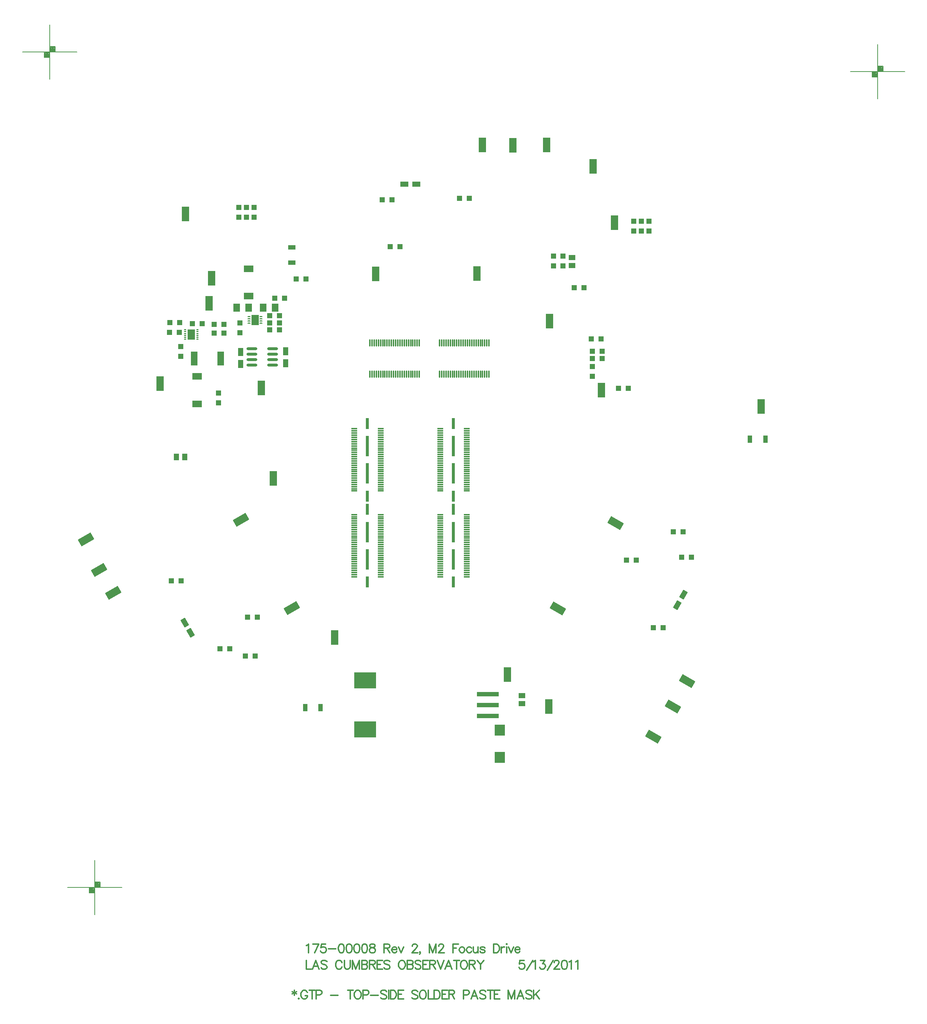
<source format=gtp>
%FSLAX23Y23*%
%MOIN*%
G70*
G01*
G75*
G04 Layer_Color=8421504*
%ADD10R,0.050X0.050*%
%ADD11R,0.070X0.135*%
%ADD12R,0.050X0.050*%
%ADD13R,0.063X0.075*%
%ADD14R,0.048X0.078*%
%ADD15R,0.087X0.059*%
%ADD16R,0.059X0.051*%
%ADD17R,0.078X0.048*%
G04:AMPARAMS|DCode=18|XSize=78mil|YSize=48mil|CornerRadius=0mil|HoleSize=0mil|Usage=FLASHONLY|Rotation=120.000|XOffset=0mil|YOffset=0mil|HoleType=Round|Shape=Rectangle|*
%AMROTATEDRECTD18*
4,1,4,0.040,-0.022,-0.001,-0.046,-0.040,0.022,0.001,0.046,0.040,-0.022,0.0*
%
%ADD18ROTATEDRECTD18*%

G04:AMPARAMS|DCode=19|XSize=78mil|YSize=48mil|CornerRadius=0mil|HoleSize=0mil|Usage=FLASHONLY|Rotation=240.000|XOffset=0mil|YOffset=0mil|HoleType=Round|Shape=Rectangle|*
%AMROTATEDRECTD19*
4,1,4,-0.001,0.046,0.040,0.022,0.001,-0.046,-0.040,-0.022,-0.001,0.046,0.0*
%
%ADD19ROTATEDRECTD19*%

%ADD20R,0.051X0.059*%
%ADD21R,0.040X0.067*%
%ADD22O,0.012X0.069*%
G04:AMPARAMS|DCode=23|XSize=135mil|YSize=70mil|CornerRadius=0mil|HoleSize=0mil|Usage=FLASHONLY|Rotation=30.000|XOffset=0mil|YOffset=0mil|HoleType=Round|Shape=Rectangle|*
%AMROTATEDRECTD23*
4,1,4,-0.041,-0.064,-0.076,-0.003,0.041,0.064,0.076,0.003,-0.041,-0.064,0.0*
%
%ADD23ROTATEDRECTD23*%

G04:AMPARAMS|DCode=24|XSize=135mil|YSize=70mil|CornerRadius=0mil|HoleSize=0mil|Usage=FLASHONLY|Rotation=150.000|XOffset=0mil|YOffset=0mil|HoleType=Round|Shape=Rectangle|*
%AMROTATEDRECTD24*
4,1,4,0.076,-0.003,0.041,-0.064,-0.076,0.003,-0.041,0.064,0.076,-0.003,0.0*
%
%ADD24ROTATEDRECTD24*%

%ADD25R,0.067X0.040*%
%ADD26R,0.065X0.094*%
%ADD27O,0.024X0.010*%
%ADD28O,0.027X0.010*%
%ADD29R,0.060X0.126*%
%ADD30R,0.200X0.040*%
%ADD31R,0.200X0.150*%
%ADD32O,0.098X0.028*%
%ADD33R,0.094X0.102*%
%ADD34R,0.057X0.012*%
%ADD35R,0.025X0.185*%
%ADD36R,0.025X0.100*%
%ADD37C,0.010*%
%ADD38C,0.005*%
%ADD39C,0.030*%
%ADD40C,0.050*%
%ADD41C,0.020*%
%ADD42C,0.012*%
%ADD43C,0.008*%
%ADD44C,0.012*%
%ADD45C,0.012*%
%ADD46C,0.335*%
%ADD47C,0.531*%
%ADD48C,0.413*%
%ADD49C,0.236*%
%ADD50C,0.059*%
%ADD51P,0.084X4X375.0*%
%ADD52P,0.084X4X255.0*%
%ADD53R,0.059X0.059*%
%ADD54P,0.084X4X105.0*%
%ADD55R,0.059X0.059*%
%ADD56P,0.084X4X345.0*%
%ADD57C,0.219*%
%ADD58C,0.070*%
%ADD59P,0.099X4X345.0*%
%ADD60P,0.099X4X105.0*%
%ADD61C,0.050*%
%ADD62C,0.059*%
%ADD63R,0.059X0.059*%
%ADD64P,0.084X4X255.0*%
%ADD65C,0.120*%
%ADD66R,0.098X0.098*%
%ADD67C,0.098*%
%ADD68R,0.070X0.070*%
%ADD69C,0.079*%
%ADD70P,0.084X4X375.0*%
%ADD71C,0.085*%
%ADD72C,0.055*%
%ADD73C,0.116*%
%ADD74P,0.078X4X165.0*%
%ADD75C,0.220*%
%ADD76C,0.039*%
%ADD77C,0.157*%
%ADD78R,0.079X0.039*%
%ADD79O,0.079X0.039*%
%ADD80C,0.024*%
%ADD81C,0.030*%
%ADD82C,0.020*%
%ADD83C,0.026*%
%ADD84C,0.040*%
%ADD85C,0.375*%
%ADD86C,0.571*%
%ADD87C,0.257*%
%ADD88C,0.158*%
%ADD89C,0.075*%
G04:AMPARAMS|DCode=90|XSize=95.433mil|YSize=95.433mil|CornerRadius=0mil|HoleSize=0mil|Usage=FLASHONLY|Rotation=0.000|XOffset=0mil|YOffset=0mil|HoleType=Round|Shape=Relief|Width=10mil|Gap=10mil|Entries=4|*
%AMTHD90*
7,0,0,0.095,0.075,0.010,45*
%
%ADD90THD90*%
%ADD91C,0.206*%
%ADD92C,0.080*%
G04:AMPARAMS|DCode=93|XSize=100mil|YSize=100mil|CornerRadius=0mil|HoleSize=0mil|Usage=FLASHONLY|Rotation=0.000|XOffset=0mil|YOffset=0mil|HoleType=Round|Shape=Relief|Width=10mil|Gap=10mil|Entries=4|*
%AMTHD93*
7,0,0,0.100,0.080,0.010,45*
%
%ADD93THD93*%
%ADD94C,0.075*%
%ADD95C,0.110*%
%ADD96C,0.099*%
%ADD97C,0.102*%
%ADD98C,0.075*%
%ADD99C,0.168*%
%ADD100C,0.080*%
%ADD101C,0.076*%
%ADD102C,0.131*%
%ADD103C,0.070*%
%ADD104C,0.052*%
G04:AMPARAMS|DCode=105|XSize=85mil|YSize=85mil|CornerRadius=0mil|HoleSize=0mil|Usage=FLASHONLY|Rotation=0.000|XOffset=0mil|YOffset=0mil|HoleType=Round|Shape=Relief|Width=10mil|Gap=10mil|Entries=4|*
%AMTHD105*
7,0,0,0.085,0.065,0.010,45*
%
%ADD105THD105*%
%ADD106C,0.065*%
G04:AMPARAMS|DCode=107|XSize=72mil|YSize=72mil|CornerRadius=0mil|HoleSize=0mil|Usage=FLASHONLY|Rotation=0.000|XOffset=0mil|YOffset=0mil|HoleType=Round|Shape=Relief|Width=10mil|Gap=10mil|Entries=4|*
%AMTHD107*
7,0,0,0.072,0.052,0.010,45*
%
%ADD107THD107*%
%ADD108C,0.053*%
G04:AMPARAMS|DCode=109|XSize=90mil|YSize=90mil|CornerRadius=0mil|HoleSize=0mil|Usage=FLASHONLY|Rotation=0.000|XOffset=0mil|YOffset=0mil|HoleType=Round|Shape=Relief|Width=10mil|Gap=10mil|Entries=4|*
%AMTHD109*
7,0,0,0.090,0.070,0.010,45*
%
%ADD109THD109*%
G04:AMPARAMS|DCode=110|XSize=95.433mil|YSize=95.433mil|CornerRadius=0mil|HoleSize=0mil|Usage=FLASHONLY|Rotation=0.000|XOffset=0mil|YOffset=0mil|HoleType=Round|Shape=Relief|Width=10mil|Gap=10mil|Entries=4|*
%AMTHD110*
7,0,0,0.095,0.075,0.010,45*
%
%ADD110THD110*%
G04:AMPARAMS|DCode=111|XSize=130mil|YSize=130mil|CornerRadius=0mil|HoleSize=0mil|Usage=FLASHONLY|Rotation=0.000|XOffset=0mil|YOffset=0mil|HoleType=Round|Shape=Relief|Width=10mil|Gap=10mil|Entries=4|*
%AMTHD111*
7,0,0,0.130,0.110,0.010,45*
%
%ADD111THD111*%
%ADD112C,0.087*%
G04:AMPARAMS|DCode=113|XSize=122mil|YSize=122mil|CornerRadius=0mil|HoleSize=0mil|Usage=FLASHONLY|Rotation=0.000|XOffset=0mil|YOffset=0mil|HoleType=Round|Shape=Relief|Width=10mil|Gap=10mil|Entries=4|*
%AMTHD113*
7,0,0,0.122,0.102,0.010,45*
%
%ADD113THD113*%
G04:AMPARAMS|DCode=114|XSize=95mil|YSize=95mil|CornerRadius=0mil|HoleSize=0mil|Usage=FLASHONLY|Rotation=0.000|XOffset=0mil|YOffset=0mil|HoleType=Round|Shape=Relief|Width=10mil|Gap=10mil|Entries=4|*
%AMTHD114*
7,0,0,0.095,0.075,0.010,45*
%
%ADD114THD114*%
G04:AMPARAMS|DCode=115|XSize=96.221mil|YSize=96.221mil|CornerRadius=0mil|HoleSize=0mil|Usage=FLASHONLY|Rotation=0.000|XOffset=0mil|YOffset=0mil|HoleType=Round|Shape=Relief|Width=10mil|Gap=10mil|Entries=4|*
%AMTHD115*
7,0,0,0.096,0.076,0.010,45*
%
%ADD115THD115*%
G04:AMPARAMS|DCode=116|XSize=150.551mil|YSize=150.551mil|CornerRadius=0mil|HoleSize=0mil|Usage=FLASHONLY|Rotation=0.000|XOffset=0mil|YOffset=0mil|HoleType=Round|Shape=Relief|Width=10mil|Gap=10mil|Entries=4|*
%AMTHD116*
7,0,0,0.151,0.131,0.010,45*
%
%ADD116THD116*%
G04:AMPARAMS|DCode=117|XSize=89.528mil|YSize=89.528mil|CornerRadius=0mil|HoleSize=0mil|Usage=FLASHONLY|Rotation=0.000|XOffset=0mil|YOffset=0mil|HoleType=Round|Shape=Relief|Width=10mil|Gap=10mil|Entries=4|*
%AMTHD117*
7,0,0,0.090,0.070,0.010,45*
%
%ADD117THD117*%
G04:AMPARAMS|DCode=118|XSize=72.992mil|YSize=72.992mil|CornerRadius=0mil|HoleSize=0mil|Usage=FLASHONLY|Rotation=0.000|XOffset=0mil|YOffset=0mil|HoleType=Round|Shape=Relief|Width=10mil|Gap=10mil|Entries=4|*
%AMTHD118*
7,0,0,0.073,0.053,0.010,45*
%
%ADD118THD118*%
G04:AMPARAMS|DCode=119|XSize=79mil|YSize=236mil|CornerRadius=0mil|HoleSize=0mil|Usage=FLASHONLY|Rotation=120.000|XOffset=0mil|YOffset=0mil|HoleType=Round|Shape=Rectangle|*
%AMROTATEDRECTD119*
4,1,4,0.122,0.025,-0.083,-0.093,-0.122,-0.025,0.083,0.093,0.122,0.025,0.0*
%
%ADD119ROTATEDRECTD119*%

G04:AMPARAMS|DCode=120|XSize=79mil|YSize=236mil|CornerRadius=0mil|HoleSize=0mil|Usage=FLASHONLY|Rotation=240.000|XOffset=0mil|YOffset=0mil|HoleType=Round|Shape=Rectangle|*
%AMROTATEDRECTD120*
4,1,4,-0.083,0.093,0.122,-0.025,0.083,-0.093,-0.122,0.025,-0.083,0.093,0.0*
%
%ADD120ROTATEDRECTD120*%

%ADD121P,0.071X4X285.0*%
%ADD122P,0.071X4X165.0*%
G04:AMPARAMS|DCode=123|XSize=28mil|YSize=98mil|CornerRadius=0mil|HoleSize=0mil|Usage=FLASHONLY|Rotation=330.000|XOffset=0mil|YOffset=0mil|HoleType=Round|Shape=Round|*
%AMOVALD123*
21,1,0.071,0.028,0.000,0.000,60.0*
1,1,0.028,-0.018,-0.031*
1,1,0.028,0.018,0.031*
%
%ADD123OVALD123*%

G04:AMPARAMS|DCode=124|XSize=28mil|YSize=98mil|CornerRadius=0mil|HoleSize=0mil|Usage=FLASHONLY|Rotation=210.000|XOffset=0mil|YOffset=0mil|HoleType=Round|Shape=Round|*
%AMOVALD124*
21,1,0.071,0.028,0.000,0.000,300.0*
1,1,0.028,-0.018,0.031*
1,1,0.028,0.018,-0.031*
%
%ADD124OVALD124*%

%ADD125R,0.025X0.070*%
%ADD126R,0.236X0.079*%
%ADD127C,0.075*%
%ADD128C,0.010*%
%ADD129C,0.007*%
%ADD130C,0.024*%
%ADD131C,0.010*%
%ADD132C,0.008*%
%ADD133C,0.020*%
%ADD134C,0.006*%
%ADD135R,0.195X0.150*%
%ADD136R,0.020X0.082*%
D10*
X32664Y33371D02*
D03*
Y33281D02*
D03*
X29784Y32756D02*
D03*
Y32666D02*
D03*
X29586Y32025D02*
D03*
Y32115D02*
D03*
X29241Y32540D02*
D03*
Y32450D02*
D03*
X29914Y33816D02*
D03*
Y33726D02*
D03*
X33399Y33691D02*
D03*
Y33601D02*
D03*
X33019Y32266D02*
D03*
Y32356D02*
D03*
X33539Y33601D02*
D03*
Y33691D02*
D03*
X29774Y33726D02*
D03*
Y33816D02*
D03*
X29844Y33726D02*
D03*
Y33816D02*
D03*
X33469Y33601D02*
D03*
Y33691D02*
D03*
X32749Y33371D02*
D03*
Y33281D02*
D03*
D11*
X29979Y32161D02*
D03*
X29049Y32201D02*
D03*
X29524Y33166D02*
D03*
X32628Y32774D02*
D03*
X34569Y31991D02*
D03*
X32619Y29236D02*
D03*
X30654Y29871D02*
D03*
X30089Y31331D02*
D03*
X32599Y34391D02*
D03*
X32289Y34386D02*
D03*
X32009Y34391D02*
D03*
X31029Y33206D02*
D03*
X31959Y33211D02*
D03*
X33028Y34195D02*
D03*
X32239Y29531D02*
D03*
X33104Y32141D02*
D03*
X29284Y33756D02*
D03*
X33224Y33676D02*
D03*
X29499Y32936D02*
D03*
D12*
X30058Y32759D02*
D03*
X30148D02*
D03*
X30103Y32984D02*
D03*
X30193D02*
D03*
X30148Y32824D02*
D03*
X30058D02*
D03*
X30148Y32694D02*
D03*
X30058D02*
D03*
X29436Y32750D02*
D03*
X29346D02*
D03*
X29231Y32760D02*
D03*
X29141D02*
D03*
X29136Y32670D02*
D03*
X29226D02*
D03*
X29546Y32745D02*
D03*
X29636D02*
D03*
X29546Y32665D02*
D03*
X29636D02*
D03*
X30299Y33161D02*
D03*
X30389D02*
D03*
X29834Y29701D02*
D03*
X29924D02*
D03*
X33854Y30841D02*
D03*
X33764D02*
D03*
X33019Y32496D02*
D03*
X33109D02*
D03*
X31089Y33886D02*
D03*
X31179D02*
D03*
X29599Y29766D02*
D03*
X29689D02*
D03*
X33839Y30606D02*
D03*
X33929D02*
D03*
X31164Y33456D02*
D03*
X31254D02*
D03*
X29854Y30056D02*
D03*
X29944D02*
D03*
X33424Y30581D02*
D03*
X33334D02*
D03*
X33009Y32611D02*
D03*
X33099D02*
D03*
X33259Y32156D02*
D03*
X33349D02*
D03*
X32854Y33081D02*
D03*
X32944D02*
D03*
X33109Y32431D02*
D03*
X33019D02*
D03*
X31799Y33901D02*
D03*
X31889D02*
D03*
X29244Y30391D02*
D03*
X29154D02*
D03*
X33579Y29961D02*
D03*
X33669D02*
D03*
D13*
X29863Y32899D02*
D03*
X29753D02*
D03*
X29998D02*
D03*
X30108D02*
D03*
D14*
X30204Y32496D02*
D03*
Y32386D02*
D03*
X29789Y32491D02*
D03*
Y32381D02*
D03*
D15*
X29391Y32014D02*
D03*
Y32266D02*
D03*
X29863Y33255D02*
D03*
Y33003D02*
D03*
D16*
X32374Y29338D02*
D03*
Y29263D02*
D03*
X32834Y33283D02*
D03*
Y33358D02*
D03*
D17*
X31404Y34031D02*
D03*
X31294D02*
D03*
D18*
X29276Y30008D02*
D03*
X29331Y29913D02*
D03*
D19*
X33801Y30168D02*
D03*
X33856Y30263D02*
D03*
D20*
X29201Y31526D02*
D03*
X29276D02*
D03*
D21*
X30383Y29226D02*
D03*
X30525D02*
D03*
X34468Y31691D02*
D03*
X34610D02*
D03*
D22*
X31430Y32574D02*
D03*
X31411D02*
D03*
X31391D02*
D03*
X31371D02*
D03*
X31352D02*
D03*
X31332D02*
D03*
X31312D02*
D03*
X31292D02*
D03*
X31273D02*
D03*
X31253D02*
D03*
X31233D02*
D03*
X31214D02*
D03*
X31194D02*
D03*
X31174D02*
D03*
X31155D02*
D03*
X31135D02*
D03*
X31115D02*
D03*
X31096D02*
D03*
X31076D02*
D03*
X31056D02*
D03*
X31037D02*
D03*
X31017D02*
D03*
X30997D02*
D03*
X30978D02*
D03*
X31430Y32288D02*
D03*
X31411D02*
D03*
X31391D02*
D03*
X31371D02*
D03*
X31352D02*
D03*
X31332D02*
D03*
X31312D02*
D03*
X31292D02*
D03*
X31273D02*
D03*
X31253D02*
D03*
X31233D02*
D03*
X31214D02*
D03*
X31194D02*
D03*
X31174D02*
D03*
X31155D02*
D03*
X31135D02*
D03*
X31115D02*
D03*
X31096D02*
D03*
X31076D02*
D03*
X31056D02*
D03*
X31037D02*
D03*
X31017D02*
D03*
X30997D02*
D03*
X30978D02*
D03*
X32070Y32574D02*
D03*
X32051D02*
D03*
X32031D02*
D03*
X32011D02*
D03*
X31992D02*
D03*
X31972D02*
D03*
X31952D02*
D03*
X31932D02*
D03*
X31913D02*
D03*
X31893D02*
D03*
X31873D02*
D03*
X31854D02*
D03*
X31834D02*
D03*
X31814D02*
D03*
X31795D02*
D03*
X31775D02*
D03*
X31755D02*
D03*
X31736D02*
D03*
X31716D02*
D03*
X31696D02*
D03*
X31677D02*
D03*
X31657D02*
D03*
X31637D02*
D03*
X31618D02*
D03*
X32070Y32288D02*
D03*
X32051D02*
D03*
X32031D02*
D03*
X32011D02*
D03*
X31992D02*
D03*
X31972D02*
D03*
X31952D02*
D03*
X31932D02*
D03*
X31913D02*
D03*
X31893D02*
D03*
X31873D02*
D03*
X31854D02*
D03*
X31834D02*
D03*
X31814D02*
D03*
X31795D02*
D03*
X31775D02*
D03*
X31755D02*
D03*
X31736D02*
D03*
X31716D02*
D03*
X31696D02*
D03*
X31677D02*
D03*
X31657D02*
D03*
X31637D02*
D03*
X31618D02*
D03*
D23*
X28369Y30771D02*
D03*
X28489Y30491D02*
D03*
X28619Y30281D02*
D03*
X30259Y30141D02*
D03*
X29794Y30951D02*
D03*
D24*
X33579Y28961D02*
D03*
X33759Y29236D02*
D03*
X33889Y29471D02*
D03*
X33234Y30921D02*
D03*
X32704Y30136D02*
D03*
D25*
X30259Y33310D02*
D03*
Y33452D02*
D03*
D26*
X29338Y32651D02*
D03*
X29923Y32784D02*
D03*
D27*
X29395Y32659D02*
D03*
Y32642D02*
D03*
Y32624D02*
D03*
Y32606D02*
D03*
X29281D02*
D03*
Y32624D02*
D03*
Y32642D02*
D03*
Y32659D02*
D03*
Y32677D02*
D03*
Y32695D02*
D03*
X29395Y32677D02*
D03*
Y32695D02*
D03*
D28*
X29978Y32813D02*
D03*
X29978Y32794D02*
D03*
X29978Y32774D02*
D03*
Y32754D02*
D03*
X29867D02*
D03*
Y32774D02*
D03*
Y32794D02*
D03*
Y32813D02*
D03*
D29*
X29362Y32431D02*
D03*
X29606D02*
D03*
D30*
X32059Y29351D02*
D03*
Y29251D02*
D03*
Y29151D02*
D03*
D31*
X30934Y29026D02*
D03*
Y29476D02*
D03*
D32*
X29892Y32521D02*
D03*
Y32471D02*
D03*
Y32421D02*
D03*
Y32371D02*
D03*
X30085Y32521D02*
D03*
Y32471D02*
D03*
Y32421D02*
D03*
Y32371D02*
D03*
D33*
X32169Y28770D02*
D03*
Y29022D02*
D03*
D34*
X30833Y30428D02*
D03*
Y30448D02*
D03*
Y30468D02*
D03*
Y30487D02*
D03*
Y30507D02*
D03*
Y30527D02*
D03*
Y30546D02*
D03*
Y30566D02*
D03*
Y30586D02*
D03*
Y30605D02*
D03*
Y30625D02*
D03*
Y30645D02*
D03*
Y30664D02*
D03*
Y30684D02*
D03*
Y30704D02*
D03*
Y30723D02*
D03*
Y30743D02*
D03*
Y30763D02*
D03*
Y30783D02*
D03*
Y30802D02*
D03*
Y30822D02*
D03*
Y30842D02*
D03*
Y30861D02*
D03*
Y30881D02*
D03*
Y30901D02*
D03*
Y30920D02*
D03*
Y30940D02*
D03*
Y30960D02*
D03*
Y30979D02*
D03*
Y30999D02*
D03*
Y31216D02*
D03*
Y31235D02*
D03*
Y31255D02*
D03*
Y31275D02*
D03*
Y31294D02*
D03*
Y31314D02*
D03*
Y31334D02*
D03*
Y31353D02*
D03*
Y31373D02*
D03*
Y31393D02*
D03*
Y31412D02*
D03*
Y31432D02*
D03*
Y31452D02*
D03*
Y31472D02*
D03*
Y31491D02*
D03*
Y31511D02*
D03*
Y31531D02*
D03*
Y31550D02*
D03*
Y31570D02*
D03*
Y31590D02*
D03*
Y31609D02*
D03*
Y31629D02*
D03*
Y31649D02*
D03*
Y31668D02*
D03*
Y31688D02*
D03*
Y31708D02*
D03*
Y31727D02*
D03*
Y31747D02*
D03*
Y31767D02*
D03*
Y31786D02*
D03*
D03*
X31077Y30428D02*
D03*
Y30448D02*
D03*
Y30468D02*
D03*
Y30487D02*
D03*
Y30507D02*
D03*
Y30527D02*
D03*
Y30546D02*
D03*
Y30566D02*
D03*
Y30586D02*
D03*
Y30605D02*
D03*
Y30625D02*
D03*
Y30645D02*
D03*
Y30664D02*
D03*
Y30684D02*
D03*
Y30704D02*
D03*
Y30723D02*
D03*
Y30743D02*
D03*
Y30763D02*
D03*
Y30783D02*
D03*
Y30802D02*
D03*
Y30822D02*
D03*
Y30842D02*
D03*
Y30861D02*
D03*
Y30881D02*
D03*
Y30901D02*
D03*
Y30920D02*
D03*
Y30940D02*
D03*
Y30960D02*
D03*
Y30979D02*
D03*
Y30999D02*
D03*
Y31216D02*
D03*
Y31235D02*
D03*
Y31255D02*
D03*
Y31275D02*
D03*
Y31294D02*
D03*
Y31314D02*
D03*
Y31334D02*
D03*
Y31353D02*
D03*
Y31373D02*
D03*
Y31393D02*
D03*
Y31412D02*
D03*
Y31432D02*
D03*
Y31452D02*
D03*
Y31472D02*
D03*
Y31491D02*
D03*
Y31511D02*
D03*
Y31531D02*
D03*
Y31550D02*
D03*
Y31570D02*
D03*
Y31590D02*
D03*
Y31609D02*
D03*
Y31629D02*
D03*
Y31649D02*
D03*
Y31668D02*
D03*
Y31688D02*
D03*
Y31708D02*
D03*
Y31727D02*
D03*
Y31747D02*
D03*
Y31767D02*
D03*
Y31786D02*
D03*
X31623Y30428D02*
D03*
Y30448D02*
D03*
Y30468D02*
D03*
Y30487D02*
D03*
Y30507D02*
D03*
Y30527D02*
D03*
Y30546D02*
D03*
Y30566D02*
D03*
Y30586D02*
D03*
Y30605D02*
D03*
Y30625D02*
D03*
Y30645D02*
D03*
Y30664D02*
D03*
Y30684D02*
D03*
Y30704D02*
D03*
Y30723D02*
D03*
Y30743D02*
D03*
Y30763D02*
D03*
Y30783D02*
D03*
Y30802D02*
D03*
Y30822D02*
D03*
Y30842D02*
D03*
Y30861D02*
D03*
Y30881D02*
D03*
Y30901D02*
D03*
Y30920D02*
D03*
Y30940D02*
D03*
Y30960D02*
D03*
Y30979D02*
D03*
Y30999D02*
D03*
Y31216D02*
D03*
Y31235D02*
D03*
Y31255D02*
D03*
Y31275D02*
D03*
Y31294D02*
D03*
Y31314D02*
D03*
Y31334D02*
D03*
Y31353D02*
D03*
Y31373D02*
D03*
Y31393D02*
D03*
Y31412D02*
D03*
Y31432D02*
D03*
Y31452D02*
D03*
Y31472D02*
D03*
Y31491D02*
D03*
Y31511D02*
D03*
Y31531D02*
D03*
Y31550D02*
D03*
Y31570D02*
D03*
Y31590D02*
D03*
Y31609D02*
D03*
Y31629D02*
D03*
Y31649D02*
D03*
Y31668D02*
D03*
Y31688D02*
D03*
Y31708D02*
D03*
Y31727D02*
D03*
Y31747D02*
D03*
Y31767D02*
D03*
Y31786D02*
D03*
D03*
X31867Y30428D02*
D03*
Y30448D02*
D03*
Y30468D02*
D03*
Y30487D02*
D03*
Y30507D02*
D03*
Y30527D02*
D03*
Y30546D02*
D03*
Y30566D02*
D03*
Y30586D02*
D03*
Y30605D02*
D03*
Y30625D02*
D03*
Y30645D02*
D03*
Y30664D02*
D03*
Y30684D02*
D03*
Y30704D02*
D03*
Y30723D02*
D03*
Y30743D02*
D03*
Y30763D02*
D03*
Y30783D02*
D03*
Y30802D02*
D03*
Y30822D02*
D03*
Y30842D02*
D03*
Y30861D02*
D03*
Y30881D02*
D03*
Y30901D02*
D03*
Y30920D02*
D03*
Y30940D02*
D03*
Y30960D02*
D03*
Y30979D02*
D03*
Y30999D02*
D03*
Y31216D02*
D03*
Y31235D02*
D03*
Y31255D02*
D03*
Y31275D02*
D03*
Y31294D02*
D03*
Y31314D02*
D03*
Y31334D02*
D03*
Y31353D02*
D03*
Y31373D02*
D03*
Y31393D02*
D03*
Y31412D02*
D03*
Y31432D02*
D03*
Y31452D02*
D03*
Y31472D02*
D03*
Y31491D02*
D03*
Y31511D02*
D03*
Y31531D02*
D03*
Y31550D02*
D03*
Y31570D02*
D03*
Y31590D02*
D03*
Y31609D02*
D03*
Y31629D02*
D03*
Y31649D02*
D03*
Y31668D02*
D03*
Y31688D02*
D03*
Y31708D02*
D03*
Y31727D02*
D03*
Y31747D02*
D03*
Y31767D02*
D03*
Y31786D02*
D03*
D35*
X30955Y30839D02*
D03*
Y30589D02*
D03*
Y31376D02*
D03*
Y31626D02*
D03*
X31745Y30839D02*
D03*
Y30589D02*
D03*
Y31376D02*
D03*
Y31626D02*
D03*
D36*
X30955Y30381D02*
D03*
Y31834D02*
D03*
Y31169D02*
D03*
Y31046D02*
D03*
X31745Y30381D02*
D03*
Y31834D02*
D03*
Y31169D02*
D03*
Y31046D02*
D03*
D43*
X35389Y35063D02*
X35889D01*
X35639Y34813D02*
Y35313D01*
X35689Y35063D02*
Y35113D01*
X35639D02*
X35689D01*
X35589Y35013D02*
Y35063D01*
Y35013D02*
X35639D01*
X35594Y35058D02*
X35634D01*
X35594Y35018D02*
Y35058D01*
Y35018D02*
X35634D01*
Y35058D01*
X35599Y35053D02*
X35629D01*
X35599Y35023D02*
Y35053D01*
Y35023D02*
X35629D01*
Y35048D01*
X35604D02*
X35624D01*
X35604Y35028D02*
Y35048D01*
Y35028D02*
X35624D01*
Y35043D01*
X35609D02*
X35619D01*
X35609Y35033D02*
Y35043D01*
Y35033D02*
X35619D01*
Y35043D01*
X35609Y35038D02*
X35619D01*
X35644Y35108D02*
X35684D01*
X35644Y35068D02*
Y35108D01*
Y35068D02*
X35684D01*
Y35108D01*
X35649Y35103D02*
X35679D01*
X35649Y35073D02*
Y35103D01*
Y35073D02*
X35679D01*
Y35098D01*
X35654D02*
X35674D01*
X35654Y35078D02*
Y35098D01*
Y35078D02*
X35674D01*
Y35093D01*
X35659D02*
X35669D01*
X35659Y35083D02*
Y35093D01*
Y35083D02*
X35669D01*
Y35093D01*
X35659Y35088D02*
X35669D01*
X27787Y35244D02*
X28287D01*
X28037Y34994D02*
Y35494D01*
X28087Y35244D02*
Y35294D01*
X28037D02*
X28087D01*
X27987Y35194D02*
Y35244D01*
Y35194D02*
X28037D01*
X27992Y35239D02*
X28032D01*
X27992Y35199D02*
Y35239D01*
Y35199D02*
X28032D01*
Y35239D01*
X27997Y35234D02*
X28027D01*
X27997Y35204D02*
Y35234D01*
Y35204D02*
X28027D01*
Y35229D01*
X28002D02*
X28022D01*
X28002Y35209D02*
Y35229D01*
Y35209D02*
X28022D01*
Y35224D01*
X28007D02*
X28017D01*
X28007Y35214D02*
Y35224D01*
Y35214D02*
X28017D01*
Y35224D01*
X28007Y35219D02*
X28017D01*
X28042Y35289D02*
X28082D01*
X28042Y35249D02*
Y35289D01*
Y35249D02*
X28082D01*
Y35289D01*
X28047Y35284D02*
X28077D01*
X28047Y35254D02*
Y35284D01*
Y35254D02*
X28077D01*
Y35279D01*
X28052D02*
X28072D01*
X28052Y35259D02*
Y35279D01*
Y35259D02*
X28072D01*
Y35274D01*
X28057D02*
X28067D01*
X28057Y35264D02*
Y35274D01*
Y35264D02*
X28067D01*
Y35274D01*
X28057Y35269D02*
X28067D01*
X28199Y27577D02*
X28699D01*
X28449Y27327D02*
Y27827D01*
X28499Y27577D02*
Y27627D01*
X28449D02*
X28499D01*
X28399Y27527D02*
Y27577D01*
Y27527D02*
X28449D01*
X28404Y27572D02*
X28444D01*
X28404Y27532D02*
Y27572D01*
Y27532D02*
X28444D01*
Y27572D01*
X28409Y27567D02*
X28439D01*
X28409Y27537D02*
Y27567D01*
Y27537D02*
X28439D01*
Y27562D01*
X28414D02*
X28434D01*
X28414Y27542D02*
Y27562D01*
Y27542D02*
X28434D01*
Y27557D01*
X28419D02*
X28429D01*
X28419Y27547D02*
Y27557D01*
Y27547D02*
X28429D01*
Y27557D01*
X28419Y27552D02*
X28429D01*
X28454Y27622D02*
X28494D01*
X28454Y27582D02*
Y27622D01*
Y27582D02*
X28494D01*
Y27622D01*
X28459Y27617D02*
X28489D01*
X28459Y27587D02*
Y27617D01*
Y27587D02*
X28489D01*
Y27612D01*
X28464D02*
X28484D01*
X28464Y27592D02*
Y27612D01*
Y27592D02*
X28484D01*
Y27607D01*
X28469D02*
X28479D01*
X28469Y27597D02*
Y27607D01*
Y27597D02*
X28479D01*
Y27607D01*
X28469Y27602D02*
X28479D01*
D44*
X30395Y26909D02*
Y26829D01*
X30440D01*
X30510D02*
X30480Y26909D01*
X30449Y26829D01*
X30461Y26855D02*
X30499D01*
X30582Y26897D02*
X30575Y26905D01*
X30563Y26909D01*
X30548D01*
X30536Y26905D01*
X30529Y26897D01*
Y26889D01*
X30533Y26882D01*
X30536Y26878D01*
X30544Y26874D01*
X30567Y26867D01*
X30575Y26863D01*
X30578Y26859D01*
X30582Y26851D01*
Y26840D01*
X30575Y26832D01*
X30563Y26829D01*
X30548D01*
X30536Y26832D01*
X30529Y26840D01*
X30720Y26889D02*
X30716Y26897D01*
X30709Y26905D01*
X30701Y26909D01*
X30686D01*
X30678Y26905D01*
X30671Y26897D01*
X30667Y26889D01*
X30663Y26878D01*
Y26859D01*
X30667Y26848D01*
X30671Y26840D01*
X30678Y26832D01*
X30686Y26829D01*
X30701D01*
X30709Y26832D01*
X30716Y26840D01*
X30720Y26848D01*
X30742Y26909D02*
Y26851D01*
X30746Y26840D01*
X30754Y26832D01*
X30765Y26829D01*
X30773D01*
X30784Y26832D01*
X30792Y26840D01*
X30796Y26851D01*
Y26909D01*
X30818D02*
Y26829D01*
Y26909D02*
X30848Y26829D01*
X30879Y26909D02*
X30848Y26829D01*
X30879Y26909D02*
Y26829D01*
X30902Y26909D02*
Y26829D01*
Y26909D02*
X30936D01*
X30947Y26905D01*
X30951Y26901D01*
X30955Y26893D01*
Y26886D01*
X30951Y26878D01*
X30947Y26874D01*
X30936Y26870D01*
X30902D02*
X30936D01*
X30947Y26867D01*
X30951Y26863D01*
X30955Y26855D01*
Y26844D01*
X30951Y26836D01*
X30947Y26832D01*
X30936Y26829D01*
X30902D01*
X30973Y26909D02*
Y26829D01*
Y26909D02*
X31007D01*
X31019Y26905D01*
X31022Y26901D01*
X31026Y26893D01*
Y26886D01*
X31022Y26878D01*
X31019Y26874D01*
X31007Y26870D01*
X30973D01*
X31000D02*
X31026Y26829D01*
X31094Y26909D02*
X31044D01*
Y26829D01*
X31094D01*
X31044Y26870D02*
X31075D01*
X31160Y26897D02*
X31153Y26905D01*
X31141Y26909D01*
X31126D01*
X31115Y26905D01*
X31107Y26897D01*
Y26889D01*
X31111Y26882D01*
X31115Y26878D01*
X31122Y26874D01*
X31145Y26867D01*
X31153Y26863D01*
X31157Y26859D01*
X31160Y26851D01*
Y26840D01*
X31153Y26832D01*
X31141Y26829D01*
X31126D01*
X31115Y26832D01*
X31107Y26840D01*
X31264Y26909D02*
X31256Y26905D01*
X31249Y26897D01*
X31245Y26889D01*
X31241Y26878D01*
Y26859D01*
X31245Y26848D01*
X31249Y26840D01*
X31256Y26832D01*
X31264Y26829D01*
X31279D01*
X31287Y26832D01*
X31294Y26840D01*
X31298Y26848D01*
X31302Y26859D01*
Y26878D01*
X31298Y26889D01*
X31294Y26897D01*
X31287Y26905D01*
X31279Y26909D01*
X31264D01*
X31321D02*
Y26829D01*
Y26909D02*
X31355D01*
X31366Y26905D01*
X31370Y26901D01*
X31374Y26893D01*
Y26886D01*
X31370Y26878D01*
X31366Y26874D01*
X31355Y26870D01*
X31321D02*
X31355D01*
X31366Y26867D01*
X31370Y26863D01*
X31374Y26855D01*
Y26844D01*
X31370Y26836D01*
X31366Y26832D01*
X31355Y26829D01*
X31321D01*
X31445Y26897D02*
X31438Y26905D01*
X31426Y26909D01*
X31411D01*
X31399Y26905D01*
X31392Y26897D01*
Y26889D01*
X31396Y26882D01*
X31399Y26878D01*
X31407Y26874D01*
X31430Y26867D01*
X31438Y26863D01*
X31441Y26859D01*
X31445Y26851D01*
Y26840D01*
X31438Y26832D01*
X31426Y26829D01*
X31411D01*
X31399Y26832D01*
X31392Y26840D01*
X31513Y26909D02*
X31463D01*
Y26829D01*
X31513D01*
X31463Y26870D02*
X31494D01*
X31526Y26909D02*
Y26829D01*
Y26909D02*
X31560D01*
X31572Y26905D01*
X31575Y26901D01*
X31579Y26893D01*
Y26886D01*
X31575Y26878D01*
X31572Y26874D01*
X31560Y26870D01*
X31526D01*
X31553D02*
X31579Y26829D01*
X31597Y26909D02*
X31628Y26829D01*
X31658Y26909D02*
X31628Y26829D01*
X31729D02*
X31699Y26909D01*
X31668Y26829D01*
X31680Y26855D02*
X31718D01*
X31775Y26909D02*
Y26829D01*
X31748Y26909D02*
X31801D01*
X31834D02*
X31826Y26905D01*
X31818Y26897D01*
X31815Y26889D01*
X31811Y26878D01*
Y26859D01*
X31815Y26848D01*
X31818Y26840D01*
X31826Y26832D01*
X31834Y26829D01*
X31849D01*
X31857Y26832D01*
X31864Y26840D01*
X31868Y26848D01*
X31872Y26859D01*
Y26878D01*
X31868Y26889D01*
X31864Y26897D01*
X31857Y26905D01*
X31849Y26909D01*
X31834D01*
X31890D02*
Y26829D01*
Y26909D02*
X31925D01*
X31936Y26905D01*
X31940Y26901D01*
X31944Y26893D01*
Y26886D01*
X31940Y26878D01*
X31936Y26874D01*
X31925Y26870D01*
X31890D01*
X31917D02*
X31944Y26829D01*
X31962Y26909D02*
X31992Y26870D01*
Y26829D01*
X32023Y26909D02*
X31992Y26870D01*
X32393Y26909D02*
X32355D01*
X32351Y26874D01*
X32355Y26878D01*
X32366Y26882D01*
X32378D01*
X32389Y26878D01*
X32397Y26870D01*
X32400Y26859D01*
Y26851D01*
X32397Y26840D01*
X32389Y26832D01*
X32378Y26829D01*
X32366D01*
X32355Y26832D01*
X32351Y26836D01*
X32347Y26844D01*
X32418Y26817D02*
X32472Y26909D01*
X32477Y26893D02*
X32485Y26897D01*
X32496Y26909D01*
Y26829D01*
X32543Y26909D02*
X32585D01*
X32562Y26878D01*
X32574D01*
X32581Y26874D01*
X32585Y26870D01*
X32589Y26859D01*
Y26851D01*
X32585Y26840D01*
X32578Y26832D01*
X32566Y26829D01*
X32555D01*
X32543Y26832D01*
X32539Y26836D01*
X32536Y26844D01*
X32607Y26817D02*
X32660Y26909D01*
X32669Y26889D02*
Y26893D01*
X32673Y26901D01*
X32677Y26905D01*
X32685Y26909D01*
X32700D01*
X32707Y26905D01*
X32711Y26901D01*
X32715Y26893D01*
Y26886D01*
X32711Y26878D01*
X32704Y26867D01*
X32666Y26829D01*
X32719D01*
X32760Y26909D02*
X32748Y26905D01*
X32741Y26893D01*
X32737Y26874D01*
Y26863D01*
X32741Y26844D01*
X32748Y26832D01*
X32760Y26829D01*
X32767D01*
X32779Y26832D01*
X32786Y26844D01*
X32790Y26863D01*
Y26874D01*
X32786Y26893D01*
X32779Y26905D01*
X32767Y26909D01*
X32760D01*
X32808Y26893D02*
X32816Y26897D01*
X32827Y26909D01*
Y26829D01*
X32867Y26893D02*
X32874Y26897D01*
X32886Y26909D01*
Y26829D01*
D45*
X30284Y26634D02*
Y26588D01*
X30265Y26622D02*
X30303Y26600D01*
Y26622D02*
X30265Y26600D01*
X30323Y26561D02*
X30319Y26558D01*
X30323Y26554D01*
X30327Y26558D01*
X30323Y26561D01*
X30402Y26615D02*
X30398Y26622D01*
X30390Y26630D01*
X30383Y26634D01*
X30367D01*
X30360Y26630D01*
X30352Y26622D01*
X30348Y26615D01*
X30344Y26603D01*
Y26584D01*
X30348Y26573D01*
X30352Y26565D01*
X30360Y26558D01*
X30367Y26554D01*
X30383D01*
X30390Y26558D01*
X30398Y26565D01*
X30402Y26573D01*
Y26584D01*
X30383D02*
X30402D01*
X30447Y26634D02*
Y26554D01*
X30420Y26634D02*
X30473D01*
X30483Y26592D02*
X30517D01*
X30528Y26596D01*
X30532Y26600D01*
X30536Y26607D01*
Y26619D01*
X30532Y26626D01*
X30528Y26630D01*
X30517Y26634D01*
X30483D01*
Y26554D01*
X30617Y26588D02*
X30685D01*
X30798Y26634D02*
Y26554D01*
X30772Y26634D02*
X30825D01*
X30857D02*
X30850Y26630D01*
X30842Y26622D01*
X30838Y26615D01*
X30835Y26603D01*
Y26584D01*
X30838Y26573D01*
X30842Y26565D01*
X30850Y26558D01*
X30857Y26554D01*
X30873D01*
X30880Y26558D01*
X30888Y26565D01*
X30892Y26573D01*
X30896Y26584D01*
Y26603D01*
X30892Y26615D01*
X30888Y26622D01*
X30880Y26630D01*
X30873Y26634D01*
X30857D01*
X30914Y26592D02*
X30949D01*
X30960Y26596D01*
X30964Y26600D01*
X30968Y26607D01*
Y26619D01*
X30964Y26626D01*
X30960Y26630D01*
X30949Y26634D01*
X30914D01*
Y26554D01*
X30985Y26588D02*
X31054D01*
X31131Y26622D02*
X31123Y26630D01*
X31112Y26634D01*
X31097D01*
X31085Y26630D01*
X31078Y26622D01*
Y26615D01*
X31081Y26607D01*
X31085Y26603D01*
X31093Y26600D01*
X31116Y26592D01*
X31123Y26588D01*
X31127Y26584D01*
X31131Y26577D01*
Y26565D01*
X31123Y26558D01*
X31112Y26554D01*
X31097D01*
X31085Y26558D01*
X31078Y26565D01*
X31149Y26634D02*
Y26554D01*
X31166Y26634D02*
Y26554D01*
Y26634D02*
X31192D01*
X31204Y26630D01*
X31211Y26622D01*
X31215Y26615D01*
X31219Y26603D01*
Y26584D01*
X31215Y26573D01*
X31211Y26565D01*
X31204Y26558D01*
X31192Y26554D01*
X31166D01*
X31286Y26634D02*
X31237D01*
Y26554D01*
X31286D01*
X31237Y26596D02*
X31267D01*
X31416Y26622D02*
X31408Y26630D01*
X31397Y26634D01*
X31382D01*
X31370Y26630D01*
X31363Y26622D01*
Y26615D01*
X31366Y26607D01*
X31370Y26603D01*
X31378Y26600D01*
X31401Y26592D01*
X31408Y26588D01*
X31412Y26584D01*
X31416Y26577D01*
Y26565D01*
X31408Y26558D01*
X31397Y26554D01*
X31382D01*
X31370Y26558D01*
X31363Y26565D01*
X31457Y26634D02*
X31449Y26630D01*
X31441Y26622D01*
X31438Y26615D01*
X31434Y26603D01*
Y26584D01*
X31438Y26573D01*
X31441Y26565D01*
X31449Y26558D01*
X31457Y26554D01*
X31472D01*
X31479Y26558D01*
X31487Y26565D01*
X31491Y26573D01*
X31495Y26584D01*
Y26603D01*
X31491Y26615D01*
X31487Y26622D01*
X31479Y26630D01*
X31472Y26634D01*
X31457D01*
X31513D02*
Y26554D01*
X31559D01*
X31568Y26634D02*
Y26554D01*
Y26634D02*
X31594D01*
X31606Y26630D01*
X31614Y26622D01*
X31617Y26615D01*
X31621Y26603D01*
Y26584D01*
X31617Y26573D01*
X31614Y26565D01*
X31606Y26558D01*
X31594Y26554D01*
X31568D01*
X31689Y26634D02*
X31639D01*
Y26554D01*
X31689D01*
X31639Y26596D02*
X31670D01*
X31702Y26634D02*
Y26554D01*
Y26634D02*
X31736D01*
X31748Y26630D01*
X31751Y26626D01*
X31755Y26619D01*
Y26611D01*
X31751Y26603D01*
X31748Y26600D01*
X31736Y26596D01*
X31702D01*
X31729D02*
X31755Y26554D01*
X31836Y26592D02*
X31870D01*
X31882Y26596D01*
X31885Y26600D01*
X31889Y26607D01*
Y26619D01*
X31885Y26626D01*
X31882Y26630D01*
X31870Y26634D01*
X31836D01*
Y26554D01*
X31968D02*
X31938Y26634D01*
X31907Y26554D01*
X31919Y26580D02*
X31957D01*
X32040Y26622D02*
X32032Y26630D01*
X32021Y26634D01*
X32006D01*
X31994Y26630D01*
X31987Y26622D01*
Y26615D01*
X31991Y26607D01*
X31994Y26603D01*
X32002Y26600D01*
X32025Y26592D01*
X32032Y26588D01*
X32036Y26584D01*
X32040Y26577D01*
Y26565D01*
X32032Y26558D01*
X32021Y26554D01*
X32006D01*
X31994Y26558D01*
X31987Y26565D01*
X32085Y26634D02*
Y26554D01*
X32058Y26634D02*
X32111D01*
X32170D02*
X32121D01*
Y26554D01*
X32170D01*
X32121Y26596D02*
X32151D01*
X32247Y26634D02*
Y26554D01*
Y26634D02*
X32277Y26554D01*
X32307Y26634D02*
X32277Y26554D01*
X32307Y26634D02*
Y26554D01*
X32391D02*
X32361Y26634D01*
X32330Y26554D01*
X32342Y26580D02*
X32380D01*
X32463Y26622D02*
X32456Y26630D01*
X32444Y26634D01*
X32429D01*
X32418Y26630D01*
X32410Y26622D01*
Y26615D01*
X32414Y26607D01*
X32418Y26603D01*
X32425Y26600D01*
X32448Y26592D01*
X32456Y26588D01*
X32459Y26584D01*
X32463Y26577D01*
Y26565D01*
X32456Y26558D01*
X32444Y26554D01*
X32429D01*
X32418Y26558D01*
X32410Y26565D01*
X32481Y26634D02*
Y26554D01*
X32534Y26634D02*
X32481Y26580D01*
X32500Y26600D02*
X32534Y26554D01*
X30395Y27043D02*
X30402Y27047D01*
X30414Y27059D01*
Y26979D01*
X30507Y27059D02*
X30469Y26979D01*
X30453Y27059D02*
X30507D01*
X30570D02*
X30532D01*
X30528Y27024D01*
X30532Y27028D01*
X30544Y27032D01*
X30555D01*
X30567Y27028D01*
X30574Y27020D01*
X30578Y27009D01*
Y27001D01*
X30574Y26990D01*
X30567Y26982D01*
X30555Y26979D01*
X30544D01*
X30532Y26982D01*
X30528Y26986D01*
X30525Y26994D01*
X30596Y27013D02*
X30664D01*
X30711Y27059D02*
X30699Y27055D01*
X30692Y27043D01*
X30688Y27024D01*
Y27013D01*
X30692Y26994D01*
X30699Y26982D01*
X30711Y26979D01*
X30719D01*
X30730Y26982D01*
X30738Y26994D01*
X30741Y27013D01*
Y27024D01*
X30738Y27043D01*
X30730Y27055D01*
X30719Y27059D01*
X30711D01*
X30782D02*
X30771Y27055D01*
X30763Y27043D01*
X30759Y27024D01*
Y27013D01*
X30763Y26994D01*
X30771Y26982D01*
X30782Y26979D01*
X30790D01*
X30801Y26982D01*
X30809Y26994D01*
X30813Y27013D01*
Y27024D01*
X30809Y27043D01*
X30801Y27055D01*
X30790Y27059D01*
X30782D01*
X30853D02*
X30842Y27055D01*
X30834Y27043D01*
X30830Y27024D01*
Y27013D01*
X30834Y26994D01*
X30842Y26982D01*
X30853Y26979D01*
X30861D01*
X30872Y26982D01*
X30880Y26994D01*
X30884Y27013D01*
Y27024D01*
X30880Y27043D01*
X30872Y27055D01*
X30861Y27059D01*
X30853D01*
X30925D02*
X30913Y27055D01*
X30906Y27043D01*
X30902Y27024D01*
Y27013D01*
X30906Y26994D01*
X30913Y26982D01*
X30925Y26979D01*
X30932D01*
X30944Y26982D01*
X30951Y26994D01*
X30955Y27013D01*
Y27024D01*
X30951Y27043D01*
X30944Y27055D01*
X30932Y27059D01*
X30925D01*
X30992D02*
X30981Y27055D01*
X30977Y27047D01*
Y27039D01*
X30981Y27032D01*
X30988Y27028D01*
X31003Y27024D01*
X31015Y27020D01*
X31022Y27013D01*
X31026Y27005D01*
Y26994D01*
X31022Y26986D01*
X31019Y26982D01*
X31007Y26979D01*
X30992D01*
X30981Y26982D01*
X30977Y26986D01*
X30973Y26994D01*
Y27005D01*
X30977Y27013D01*
X30984Y27020D01*
X30996Y27024D01*
X31011Y27028D01*
X31019Y27032D01*
X31022Y27039D01*
Y27047D01*
X31019Y27055D01*
X31007Y27059D01*
X30992D01*
X31107D02*
Y26979D01*
Y27059D02*
X31141D01*
X31153Y27055D01*
X31157Y27051D01*
X31160Y27043D01*
Y27036D01*
X31157Y27028D01*
X31153Y27024D01*
X31141Y27020D01*
X31107D01*
X31134D02*
X31160Y26979D01*
X31178Y27009D02*
X31224D01*
Y27017D01*
X31220Y27024D01*
X31216Y27028D01*
X31209Y27032D01*
X31197D01*
X31190Y27028D01*
X31182Y27020D01*
X31178Y27009D01*
Y27001D01*
X31182Y26990D01*
X31190Y26982D01*
X31197Y26979D01*
X31209D01*
X31216Y26982D01*
X31224Y26990D01*
X31241Y27032D02*
X31264Y26979D01*
X31287Y27032D02*
X31264Y26979D01*
X31366Y27039D02*
Y27043D01*
X31370Y27051D01*
X31374Y27055D01*
X31382Y27059D01*
X31397D01*
X31404Y27055D01*
X31408Y27051D01*
X31412Y27043D01*
Y27036D01*
X31408Y27028D01*
X31401Y27017D01*
X31363Y26979D01*
X31416D01*
X31441Y26982D02*
X31438Y26979D01*
X31434Y26982D01*
X31438Y26986D01*
X31441Y26982D01*
Y26975D01*
X31438Y26967D01*
X31434Y26963D01*
X31522Y27059D02*
Y26979D01*
Y27059D02*
X31552Y26979D01*
X31583Y27059D02*
X31552Y26979D01*
X31583Y27059D02*
Y26979D01*
X31609Y27039D02*
Y27043D01*
X31613Y27051D01*
X31617Y27055D01*
X31625Y27059D01*
X31640D01*
X31647Y27055D01*
X31651Y27051D01*
X31655Y27043D01*
Y27036D01*
X31651Y27028D01*
X31644Y27017D01*
X31606Y26979D01*
X31659D01*
X31740Y27059D02*
Y26979D01*
Y27059D02*
X31789D01*
X31740Y27020D02*
X31770D01*
X31817Y27032D02*
X31810Y27028D01*
X31802Y27020D01*
X31798Y27009D01*
Y27001D01*
X31802Y26990D01*
X31810Y26982D01*
X31817Y26979D01*
X31829D01*
X31836Y26982D01*
X31844Y26990D01*
X31848Y27001D01*
Y27009D01*
X31844Y27020D01*
X31836Y27028D01*
X31829Y27032D01*
X31817D01*
X31911Y27020D02*
X31903Y27028D01*
X31896Y27032D01*
X31884D01*
X31877Y27028D01*
X31869Y27020D01*
X31865Y27009D01*
Y27001D01*
X31869Y26990D01*
X31877Y26982D01*
X31884Y26979D01*
X31896D01*
X31903Y26982D01*
X31911Y26990D01*
X31928Y27032D02*
Y26994D01*
X31932Y26982D01*
X31940Y26979D01*
X31951D01*
X31959Y26982D01*
X31970Y26994D01*
Y27032D02*
Y26979D01*
X32033Y27020D02*
X32029Y27028D01*
X32018Y27032D01*
X32006D01*
X31995Y27028D01*
X31991Y27020D01*
X31995Y27013D01*
X32002Y27009D01*
X32021Y27005D01*
X32029Y27001D01*
X32033Y26994D01*
Y26990D01*
X32029Y26982D01*
X32018Y26979D01*
X32006D01*
X31995Y26982D01*
X31991Y26990D01*
X32112Y27059D02*
Y26979D01*
Y27059D02*
X32139D01*
X32151Y27055D01*
X32158Y27047D01*
X32162Y27039D01*
X32166Y27028D01*
Y27009D01*
X32162Y26998D01*
X32158Y26990D01*
X32151Y26982D01*
X32139Y26979D01*
X32112D01*
X32184Y27032D02*
Y26979D01*
Y27009D02*
X32188Y27020D01*
X32195Y27028D01*
X32203Y27032D01*
X32214D01*
X32229Y27059D02*
X32233Y27055D01*
X32237Y27059D01*
X32233Y27062D01*
X32229Y27059D01*
X32233Y27032D02*
Y26979D01*
X32251Y27032D02*
X32274Y26979D01*
X32296Y27032D02*
X32274Y26979D01*
X32309Y27009D02*
X32355D01*
Y27017D01*
X32351Y27024D01*
X32347Y27028D01*
X32340Y27032D01*
X32328D01*
X32321Y27028D01*
X32313Y27020D01*
X32309Y27009D01*
Y27001D01*
X32313Y26990D01*
X32321Y26982D01*
X32328Y26979D01*
X32340D01*
X32347Y26982D01*
X32355Y26990D01*
M02*

</source>
